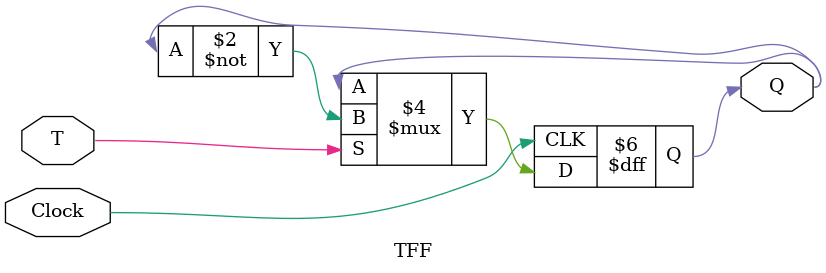
<source format=v>
module TFF(T, Clock, Q);
input T, Clock;
output reg Q;

//always@(posedge Clock)
always@(posedge Clock)
	if (T)
		Q = ~Q;
		
endmodule
</source>
